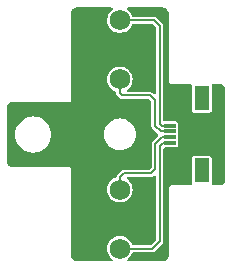
<source format=gbr>
%TF.GenerationSoftware,KiCad,Pcbnew,8.0.2*%
%TF.CreationDate,2025-05-18T13:53:18-07:00*%
%TF.ProjectId,PGS_Trigger_Board,5047535f-5472-4696-9767-65725f426f61,rev?*%
%TF.SameCoordinates,Original*%
%TF.FileFunction,Copper,L1,Top*%
%TF.FilePolarity,Positive*%
%FSLAX46Y46*%
G04 Gerber Fmt 4.6, Leading zero omitted, Abs format (unit mm)*
G04 Created by KiCad (PCBNEW 8.0.2) date 2025-05-18 13:53:18*
%MOMM*%
%LPD*%
G01*
G04 APERTURE LIST*
%TA.AperFunction,ComponentPad*%
%ADD10C,1.750000*%
%TD*%
%TA.AperFunction,SMDPad,CuDef*%
%ADD11R,1.000000X0.300000*%
%TD*%
%TA.AperFunction,SMDPad,CuDef*%
%ADD12R,1.300000X2.000000*%
%TD*%
%TA.AperFunction,Conductor*%
%ADD13C,0.200000*%
%TD*%
G04 APERTURE END LIST*
D10*
%TO.P,SW2,1,1*%
%TO.N,Net-(J1-Pin_3)*%
X227415265Y-148765000D03*
%TO.P,SW2,2,2*%
%TO.N,Net-(J1-Pin_4)*%
X227415265Y-143765000D03*
%TD*%
D11*
%TO.P,J1,1,Pin_1*%
%TO.N,Net-(J1-Pin_1)*%
X231644999Y-154190000D03*
%TO.P,J1,2,Pin_2*%
%TO.N,Net-(J1-Pin_2)*%
X231645000Y-153690000D03*
%TO.P,J1,3,Pin_3*%
%TO.N,Net-(J1-Pin_3)*%
X231645000Y-153190000D03*
%TO.P,J1,4,Pin_4*%
%TO.N,Net-(J1-Pin_4)*%
X231644999Y-152690000D03*
D12*
%TO.P,J1,MP1*%
%TO.N,N/C*%
X234345000Y-156490000D03*
%TO.P,J1,MP2*%
X234345000Y-150390000D03*
%TD*%
D10*
%TO.P,SW1,1,1*%
%TO.N,Net-(J1-Pin_2)*%
X227415265Y-158115000D03*
%TO.P,SW1,2,2*%
%TO.N,Net-(J1-Pin_1)*%
X227415265Y-163115000D03*
%TD*%
D13*
%TO.N,Net-(J1-Pin_1)*%
X230800000Y-162480000D02*
X230165000Y-163115000D01*
X231644999Y-154190000D02*
X231040000Y-154190000D01*
X231040000Y-154190000D02*
X230800000Y-154430000D01*
X230165000Y-163115000D02*
X227415265Y-163115000D01*
X230800000Y-154430000D02*
X230800000Y-162480000D01*
%TO.N,Net-(J1-Pin_2)*%
X230070000Y-156720000D02*
X230390000Y-156400000D01*
X227415265Y-158115000D02*
X227415265Y-157084735D01*
X227415265Y-157084735D02*
X227780000Y-156720000D01*
X230940000Y-153690000D02*
X231645000Y-153690000D01*
X230390000Y-156400000D02*
X230390000Y-154240000D01*
X227780000Y-156720000D02*
X230070000Y-156720000D01*
X230390000Y-154240000D02*
X230940000Y-153690000D01*
%TO.N,Net-(J1-Pin_4)*%
X230950000Y-152690000D02*
X230790000Y-152530000D01*
X230790000Y-152530000D02*
X230790000Y-144280000D01*
X230275000Y-143765000D02*
X227415265Y-143765000D01*
X231644999Y-152690000D02*
X230950000Y-152690000D01*
X230790000Y-144280000D02*
X230275000Y-143765000D01*
%TO.N,Net-(J1-Pin_3)*%
X230380000Y-150550000D02*
X230380000Y-152690000D01*
X227415265Y-149945265D02*
X227600000Y-150130000D01*
X230880000Y-153190000D02*
X231645000Y-153190000D01*
X227600000Y-150130000D02*
X229960000Y-150130000D01*
X230380000Y-152690000D02*
X230880000Y-153190000D01*
X229960000Y-150130000D02*
X230380000Y-150550000D01*
X227415265Y-148765000D02*
X227415265Y-149945265D01*
%TD*%
%TA.AperFunction,NonConductor*%
G36*
X230984296Y-142690502D02*
G01*
X230996105Y-142690501D01*
X230996107Y-142690502D01*
X231033315Y-142690500D01*
X231047190Y-142691278D01*
X231137546Y-142701455D01*
X231164615Y-142707633D01*
X231243820Y-142735344D01*
X231268838Y-142747390D01*
X231289399Y-142760309D01*
X231339895Y-142792036D01*
X231361604Y-142809348D01*
X231420938Y-142868679D01*
X231438251Y-142890388D01*
X231482896Y-142961437D01*
X231494945Y-142986455D01*
X231522661Y-143065660D01*
X231528840Y-143092732D01*
X231538985Y-143182766D01*
X231539765Y-143196650D01*
X231539765Y-148840172D01*
X231539765Y-148939828D01*
X231577901Y-149031897D01*
X231648368Y-149102364D01*
X231740437Y-149140500D01*
X233391496Y-149140500D01*
X233458535Y-149160185D01*
X233504290Y-149212989D01*
X233514234Y-149282147D01*
X233506199Y-149311432D01*
X233494500Y-149370247D01*
X233494500Y-151409752D01*
X233506131Y-151468229D01*
X233506132Y-151468230D01*
X233550447Y-151534552D01*
X233616769Y-151578867D01*
X233616770Y-151578868D01*
X233675247Y-151590499D01*
X233675250Y-151590500D01*
X233675252Y-151590500D01*
X235014750Y-151590500D01*
X235014751Y-151590499D01*
X235029568Y-151587552D01*
X235073229Y-151578868D01*
X235073229Y-151578867D01*
X235073231Y-151578867D01*
X235139552Y-151534552D01*
X235183867Y-151468231D01*
X235183867Y-151468229D01*
X235183868Y-151468229D01*
X235195499Y-151409752D01*
X235195500Y-151409750D01*
X235195500Y-149370249D01*
X235195499Y-149370247D01*
X235181485Y-149299790D01*
X235182612Y-149299565D01*
X235176473Y-149242489D01*
X235207745Y-149180009D01*
X235267832Y-149144353D01*
X235298504Y-149140500D01*
X235833553Y-149140500D01*
X235847440Y-149141280D01*
X235859980Y-149142693D01*
X235937787Y-149151462D01*
X235964850Y-149157641D01*
X236044052Y-149185357D01*
X236069062Y-149197402D01*
X236140117Y-149242051D01*
X236161823Y-149259363D01*
X236221149Y-149318693D01*
X236238460Y-149340400D01*
X236283103Y-149411451D01*
X236295150Y-149436468D01*
X236322863Y-149515669D01*
X236329041Y-149542739D01*
X236339250Y-149633346D01*
X236340030Y-149647230D01*
X236340030Y-157233038D01*
X236339250Y-157246922D01*
X236329070Y-157337268D01*
X236322892Y-157364338D01*
X236295176Y-157443547D01*
X236283129Y-157468563D01*
X236238487Y-157539613D01*
X236221175Y-157561323D01*
X236161838Y-157620662D01*
X236140131Y-157637973D01*
X236069080Y-157682621D01*
X236044062Y-157694670D01*
X235964861Y-157722386D01*
X235937792Y-157728566D01*
X235857235Y-157737645D01*
X235847705Y-157738720D01*
X235833818Y-157739500D01*
X235298504Y-157739500D01*
X235231465Y-157719815D01*
X235185710Y-157667011D01*
X235175766Y-157597853D01*
X235183800Y-157568567D01*
X235195499Y-157509752D01*
X235195500Y-157509750D01*
X235195500Y-155470249D01*
X235195499Y-155470247D01*
X235183868Y-155411770D01*
X235183867Y-155411769D01*
X235139552Y-155345447D01*
X235073230Y-155301132D01*
X235073229Y-155301131D01*
X235014752Y-155289500D01*
X235014748Y-155289500D01*
X233675252Y-155289500D01*
X233675247Y-155289500D01*
X233616770Y-155301131D01*
X233616769Y-155301132D01*
X233550447Y-155345447D01*
X233506132Y-155411769D01*
X233506131Y-155411770D01*
X233494500Y-155470247D01*
X233494500Y-157509752D01*
X233508515Y-157580210D01*
X233507387Y-157580434D01*
X233513527Y-157637511D01*
X233482255Y-157699991D01*
X233422168Y-157735647D01*
X233391496Y-157739500D01*
X231740435Y-157739500D01*
X231648367Y-157777636D01*
X231577901Y-157848102D01*
X231539765Y-157940170D01*
X231539765Y-163683038D01*
X231538985Y-163696922D01*
X231528806Y-163787260D01*
X231522627Y-163814332D01*
X231494914Y-163893529D01*
X231482865Y-163918547D01*
X231438226Y-163989586D01*
X231420913Y-164011295D01*
X231361579Y-164070626D01*
X231339869Y-164087938D01*
X231268824Y-164132576D01*
X231243805Y-164144624D01*
X231164610Y-164172332D01*
X231137538Y-164178510D01*
X231046887Y-164188720D01*
X231033004Y-164189499D01*
X230984296Y-164189497D01*
X230984264Y-164189500D01*
X228153094Y-164189500D01*
X228086055Y-164169815D01*
X228040300Y-164117011D01*
X228030356Y-164047853D01*
X228059381Y-163984297D01*
X228069556Y-163973863D01*
X228213472Y-163842666D01*
X228244828Y-163801145D01*
X228333591Y-163683604D01*
X228422436Y-163505180D01*
X228422437Y-163505174D01*
X228424507Y-163499835D01*
X228425660Y-163500281D01*
X228459605Y-163446473D01*
X228522915Y-163416915D01*
X228541593Y-163415500D01*
X230204560Y-163415500D01*
X230204562Y-163415500D01*
X230280989Y-163395021D01*
X230349511Y-163355460D01*
X230405460Y-163299511D01*
X231040460Y-162664511D01*
X231080022Y-162595988D01*
X231100500Y-162519562D01*
X231100500Y-162440438D01*
X231100500Y-154664500D01*
X231120185Y-154597461D01*
X231172989Y-154551706D01*
X231224500Y-154540500D01*
X232164749Y-154540500D01*
X232164750Y-154540499D01*
X232179567Y-154537552D01*
X232223228Y-154528868D01*
X232223228Y-154528867D01*
X232223230Y-154528867D01*
X232289551Y-154484552D01*
X232333866Y-154418231D01*
X232333866Y-154418229D01*
X232333867Y-154418229D01*
X232345498Y-154359752D01*
X232345499Y-154359750D01*
X232345499Y-154020249D01*
X232334348Y-153964192D01*
X232334348Y-153915812D01*
X232345500Y-153859748D01*
X232345500Y-153520252D01*
X232345500Y-153520249D01*
X232334349Y-153464192D01*
X232334349Y-153415808D01*
X232345500Y-153359750D01*
X232345500Y-153020249D01*
X232345499Y-153020247D01*
X232334349Y-152964188D01*
X232334349Y-152915806D01*
X232345498Y-152859752D01*
X232345499Y-152859750D01*
X232345499Y-152520249D01*
X232345498Y-152520247D01*
X232333867Y-152461770D01*
X232333866Y-152461769D01*
X232289551Y-152395447D01*
X232223229Y-152351132D01*
X232223228Y-152351131D01*
X232164751Y-152339500D01*
X232164747Y-152339500D01*
X231214500Y-152339500D01*
X231147461Y-152319815D01*
X231101706Y-152267011D01*
X231090500Y-152215500D01*
X231090500Y-144240439D01*
X231070020Y-144164009D01*
X231070017Y-144164004D01*
X231030464Y-144095495D01*
X231030458Y-144095487D01*
X230459512Y-143524541D01*
X230459504Y-143524535D01*
X230390995Y-143484982D01*
X230390990Y-143484979D01*
X230365513Y-143478152D01*
X230314562Y-143464500D01*
X230314560Y-143464500D01*
X228541593Y-143464500D01*
X228474554Y-143444815D01*
X228428799Y-143392011D01*
X228423086Y-143376497D01*
X228422435Y-143374818D01*
X228333594Y-143196401D01*
X228333589Y-143196393D01*
X228213472Y-143037333D01*
X228069556Y-142906137D01*
X228033274Y-142846426D01*
X228035035Y-142776578D01*
X228074278Y-142718771D01*
X228138545Y-142691356D01*
X228153094Y-142690500D01*
X230984264Y-142690500D01*
X230984296Y-142690502D01*
G37*
%TD.AperFunction*%
%TA.AperFunction,NonConductor*%
G36*
X226744475Y-142710185D02*
G01*
X226790230Y-142762989D01*
X226800174Y-142832147D01*
X226771149Y-142895703D01*
X226760974Y-142906137D01*
X226617057Y-143037333D01*
X226496940Y-143196393D01*
X226496935Y-143196401D01*
X226408095Y-143374816D01*
X226408094Y-143374820D01*
X226376751Y-143484982D01*
X226353547Y-143566535D01*
X226335157Y-143764999D01*
X226335157Y-143765000D01*
X226353547Y-143963464D01*
X226353547Y-143963466D01*
X226353548Y-143963469D01*
X226391391Y-144096473D01*
X226408095Y-144155183D01*
X226496935Y-144333598D01*
X226496940Y-144333606D01*
X226617057Y-144492666D01*
X226743773Y-144608182D01*
X226764355Y-144626945D01*
X226933819Y-144731873D01*
X227119679Y-144803876D01*
X227315605Y-144840500D01*
X227315607Y-144840500D01*
X227514923Y-144840500D01*
X227514925Y-144840500D01*
X227710851Y-144803876D01*
X227896711Y-144731873D01*
X228066175Y-144626945D01*
X228213474Y-144492664D01*
X228333591Y-144333604D01*
X228422436Y-144155180D01*
X228422437Y-144155174D01*
X228424507Y-144149835D01*
X228425660Y-144150281D01*
X228459605Y-144096473D01*
X228522915Y-144066915D01*
X228541593Y-144065500D01*
X230099167Y-144065500D01*
X230166206Y-144085185D01*
X230186848Y-144101819D01*
X230453181Y-144368152D01*
X230486666Y-144429475D01*
X230489500Y-144455833D01*
X230489500Y-149935167D01*
X230469815Y-150002206D01*
X230417011Y-150047961D01*
X230347853Y-150057905D01*
X230284297Y-150028880D01*
X230277819Y-150022848D01*
X230144512Y-149889541D01*
X230144504Y-149889535D01*
X230075995Y-149849982D01*
X230075990Y-149849979D01*
X230050513Y-149843152D01*
X229999562Y-149829500D01*
X229999560Y-149829500D01*
X228164064Y-149829500D01*
X228097025Y-149809815D01*
X228051270Y-149757011D01*
X228041326Y-149687853D01*
X228070351Y-149624297D01*
X228080526Y-149613863D01*
X228213472Y-149492666D01*
X228265871Y-149423280D01*
X228333591Y-149333604D01*
X228422436Y-149155180D01*
X228476982Y-148963469D01*
X228495373Y-148765000D01*
X228476982Y-148566531D01*
X228422436Y-148374820D01*
X228421024Y-148371984D01*
X228333594Y-148196401D01*
X228333589Y-148196393D01*
X228213472Y-148037333D01*
X228066176Y-147903056D01*
X228066175Y-147903055D01*
X228001640Y-147863096D01*
X227896712Y-147798127D01*
X227896710Y-147798126D01*
X227814644Y-147766334D01*
X227710851Y-147726124D01*
X227710847Y-147726123D01*
X227631904Y-147711366D01*
X227514925Y-147689500D01*
X227315605Y-147689500D01*
X227225519Y-147706339D01*
X227119682Y-147726123D01*
X227119680Y-147726123D01*
X227119679Y-147726124D01*
X227067782Y-147746229D01*
X226933819Y-147798126D01*
X226933817Y-147798127D01*
X226764353Y-147903056D01*
X226617057Y-148037333D01*
X226496940Y-148196393D01*
X226496935Y-148196401D01*
X226408095Y-148374816D01*
X226353547Y-148566535D01*
X226335157Y-148764999D01*
X226335157Y-148765000D01*
X226353547Y-148963464D01*
X226353547Y-148963466D01*
X226353548Y-148963469D01*
X226408094Y-149155180D01*
X226408095Y-149155183D01*
X226496935Y-149333598D01*
X226496940Y-149333606D01*
X226617057Y-149492666D01*
X226723937Y-149590099D01*
X226764355Y-149626945D01*
X226933819Y-149731873D01*
X227035559Y-149771287D01*
X227090960Y-149813860D01*
X227114551Y-149879627D01*
X227114765Y-149886914D01*
X227114765Y-149984827D01*
X227119422Y-150002206D01*
X227135244Y-150061255D01*
X227135247Y-150061260D01*
X227174800Y-150129769D01*
X227174804Y-150129774D01*
X227174805Y-150129776D01*
X227415489Y-150370460D01*
X227484012Y-150410022D01*
X227560438Y-150430500D01*
X229784167Y-150430500D01*
X229851206Y-150450185D01*
X229871848Y-150466819D01*
X230043181Y-150638152D01*
X230076666Y-150699475D01*
X230079500Y-150725833D01*
X230079500Y-152729562D01*
X230088237Y-152762169D01*
X230099979Y-152805991D01*
X230099981Y-152805994D01*
X230126041Y-152851130D01*
X230126041Y-152851133D01*
X230126043Y-152851133D01*
X230139539Y-152874509D01*
X230139541Y-152874512D01*
X230647347Y-153382318D01*
X230680832Y-153443641D01*
X230675848Y-153513333D01*
X230647347Y-153557680D01*
X230205489Y-153999540D01*
X230149541Y-154055487D01*
X230149535Y-154055495D01*
X230109982Y-154124004D01*
X230109979Y-154124009D01*
X230089500Y-154200439D01*
X230089500Y-156224167D01*
X230069815Y-156291206D01*
X230053181Y-156311848D01*
X229981848Y-156383181D01*
X229920525Y-156416666D01*
X229894167Y-156419500D01*
X227740438Y-156419500D01*
X227702224Y-156429739D01*
X227664009Y-156439979D01*
X227664004Y-156439982D01*
X227595495Y-156479535D01*
X227595487Y-156479541D01*
X227174806Y-156900222D01*
X227174800Y-156900230D01*
X227135247Y-156968739D01*
X227135243Y-156968748D01*
X227121231Y-157021039D01*
X227084865Y-157080699D01*
X227046252Y-157104569D01*
X226933817Y-157148127D01*
X226764353Y-157253056D01*
X226617057Y-157387333D01*
X226496940Y-157546393D01*
X226496935Y-157546401D01*
X226408095Y-157724816D01*
X226353547Y-157916535D01*
X226335157Y-158114999D01*
X226335157Y-158115000D01*
X226353547Y-158313464D01*
X226408095Y-158505183D01*
X226496935Y-158683598D01*
X226496940Y-158683606D01*
X226617057Y-158842666D01*
X226743773Y-158958182D01*
X226764355Y-158976945D01*
X226933819Y-159081873D01*
X227119679Y-159153876D01*
X227315605Y-159190500D01*
X227315607Y-159190500D01*
X227514923Y-159190500D01*
X227514925Y-159190500D01*
X227710851Y-159153876D01*
X227896711Y-159081873D01*
X228066175Y-158976945D01*
X228213474Y-158842664D01*
X228333591Y-158683604D01*
X228422436Y-158505180D01*
X228476982Y-158313469D01*
X228495373Y-158115000D01*
X228476982Y-157916531D01*
X228422436Y-157724820D01*
X228399554Y-157678867D01*
X228333594Y-157546401D01*
X228333589Y-157546393D01*
X228213472Y-157387333D01*
X228066176Y-157253056D01*
X228066175Y-157253055D01*
X228061122Y-157249926D01*
X228014488Y-157197898D01*
X228003384Y-157128917D01*
X228031338Y-157064882D01*
X228089473Y-157026126D01*
X228126401Y-157020500D01*
X230109560Y-157020500D01*
X230109562Y-157020500D01*
X230185989Y-157000021D01*
X230254511Y-156960460D01*
X230287819Y-156927152D01*
X230349142Y-156893667D01*
X230418834Y-156898651D01*
X230474767Y-156940523D01*
X230499184Y-157005987D01*
X230499500Y-157014833D01*
X230499500Y-162304167D01*
X230479815Y-162371206D01*
X230463181Y-162391848D01*
X230076848Y-162778181D01*
X230015525Y-162811666D01*
X229989167Y-162814500D01*
X228541593Y-162814500D01*
X228474554Y-162794815D01*
X228428799Y-162742011D01*
X228423086Y-162726497D01*
X228422435Y-162724818D01*
X228333594Y-162546401D01*
X228333589Y-162546393D01*
X228213472Y-162387333D01*
X228066176Y-162253056D01*
X228066175Y-162253055D01*
X228001640Y-162213096D01*
X227896712Y-162148127D01*
X227896710Y-162148126D01*
X227814644Y-162116334D01*
X227710851Y-162076124D01*
X227710847Y-162076123D01*
X227631904Y-162061366D01*
X227514925Y-162039500D01*
X227315605Y-162039500D01*
X227225519Y-162056339D01*
X227119682Y-162076123D01*
X227119680Y-162076123D01*
X227119679Y-162076124D01*
X227067782Y-162096229D01*
X226933819Y-162148126D01*
X226933817Y-162148127D01*
X226764353Y-162253056D01*
X226617057Y-162387333D01*
X226496940Y-162546393D01*
X226496935Y-162546401D01*
X226408095Y-162724816D01*
X226353547Y-162916535D01*
X226335157Y-163114999D01*
X226335157Y-163115000D01*
X226353547Y-163313464D01*
X226353547Y-163313466D01*
X226353548Y-163313469D01*
X226382578Y-163415500D01*
X226408095Y-163505183D01*
X226496935Y-163683598D01*
X226496940Y-163683606D01*
X226617057Y-163842666D01*
X226760974Y-163973863D01*
X226797256Y-164033574D01*
X226795495Y-164103422D01*
X226756252Y-164161229D01*
X226691985Y-164188644D01*
X226677436Y-164189500D01*
X223797246Y-164189500D01*
X223783357Y-164188720D01*
X223767039Y-164186880D01*
X223693011Y-164178536D01*
X223665942Y-164172356D01*
X223586746Y-164144641D01*
X223561730Y-164132593D01*
X223490684Y-164087949D01*
X223468976Y-164070636D01*
X223409650Y-164011307D01*
X223392339Y-163989599D01*
X223347695Y-163918547D01*
X223335649Y-163893535D01*
X223307935Y-163814327D01*
X223301758Y-163787260D01*
X223291545Y-163696607D01*
X223290765Y-163682725D01*
X223290765Y-156390173D01*
X223290764Y-156390170D01*
X223258322Y-156311848D01*
X223252629Y-156298103D01*
X223182162Y-156227636D01*
X223173787Y-156224167D01*
X223090094Y-156189500D01*
X223090093Y-156189500D01*
X218336962Y-156189500D01*
X218323078Y-156188720D01*
X218310553Y-156187308D01*
X218232735Y-156178540D01*
X218205666Y-156172362D01*
X218126462Y-156144648D01*
X218101444Y-156132600D01*
X218030395Y-156087957D01*
X218008686Y-156070644D01*
X217949355Y-156011313D01*
X217932042Y-155989604D01*
X217907118Y-155949938D01*
X217887398Y-155918553D01*
X217875351Y-155893537D01*
X217847637Y-155814333D01*
X217841459Y-155787263D01*
X217831280Y-155696922D01*
X217830500Y-155683038D01*
X217830500Y-153440000D01*
X218549783Y-153440000D01*
X218568623Y-153679382D01*
X218624674Y-153912853D01*
X218624678Y-153912865D01*
X218716565Y-154134702D01*
X218824846Y-154311401D01*
X218842028Y-154339439D01*
X218997973Y-154522027D01*
X219180561Y-154677972D01*
X219239199Y-154713905D01*
X219385297Y-154803434D01*
X219482047Y-154843508D01*
X219607137Y-154895323D01*
X219840621Y-154951377D01*
X220080000Y-154970217D01*
X220319379Y-154951377D01*
X220552863Y-154895323D01*
X220774704Y-154803433D01*
X220979439Y-154677972D01*
X221162027Y-154522027D01*
X221317972Y-154339439D01*
X221443433Y-154134704D01*
X221450423Y-154117830D01*
X221469695Y-154071302D01*
X221535323Y-153912863D01*
X221591377Y-153679379D01*
X221610217Y-153440000D01*
X221610217Y-153439999D01*
X226059606Y-153439999D01*
X226059606Y-153440000D01*
X226080201Y-153675403D01*
X226080203Y-153675413D01*
X226141359Y-153903655D01*
X226141361Y-153903659D01*
X226141362Y-153903663D01*
X226195727Y-154020249D01*
X226241230Y-154117830D01*
X226241232Y-154117834D01*
X226299073Y-154200439D01*
X226376770Y-154311401D01*
X226543864Y-154478495D01*
X226606033Y-154522026D01*
X226737430Y-154614032D01*
X226737432Y-154614033D01*
X226737435Y-154614035D01*
X226951602Y-154713903D01*
X227179857Y-154775063D01*
X227368183Y-154791539D01*
X227415264Y-154795659D01*
X227415265Y-154795659D01*
X227415266Y-154795659D01*
X227454499Y-154792226D01*
X227650673Y-154775063D01*
X227878928Y-154713903D01*
X228093095Y-154614035D01*
X228286666Y-154478495D01*
X228453760Y-154311401D01*
X228589300Y-154117830D01*
X228689168Y-153903663D01*
X228750328Y-153675408D01*
X228770924Y-153440000D01*
X228750328Y-153204592D01*
X228689168Y-152976337D01*
X228589300Y-152762171D01*
X228548787Y-152704311D01*
X228453759Y-152568597D01*
X228286667Y-152401506D01*
X228286660Y-152401501D01*
X228278015Y-152395448D01*
X228224496Y-152357973D01*
X228093099Y-152265967D01*
X228093095Y-152265965D01*
X228093093Y-152265964D01*
X227878928Y-152166097D01*
X227878924Y-152166096D01*
X227878920Y-152166094D01*
X227650678Y-152104938D01*
X227650668Y-152104936D01*
X227415266Y-152084341D01*
X227415264Y-152084341D01*
X227179861Y-152104936D01*
X227179851Y-152104938D01*
X226951609Y-152166094D01*
X226951600Y-152166098D01*
X226737436Y-152265964D01*
X226737434Y-152265965D01*
X226543862Y-152401505D01*
X226376770Y-152568597D01*
X226241230Y-152762169D01*
X226241229Y-152762171D01*
X226141363Y-152976335D01*
X226141359Y-152976344D01*
X226080203Y-153204586D01*
X226080201Y-153204596D01*
X226059606Y-153439999D01*
X221610217Y-153439999D01*
X221591377Y-153200621D01*
X221535323Y-152967137D01*
X221450423Y-152762171D01*
X221443434Y-152745297D01*
X221347140Y-152588159D01*
X221317972Y-152540561D01*
X221162027Y-152357973D01*
X220979439Y-152202028D01*
X220979436Y-152202026D01*
X220774702Y-152076565D01*
X220552865Y-151984678D01*
X220552867Y-151984678D01*
X220552863Y-151984677D01*
X220552859Y-151984676D01*
X220552853Y-151984674D01*
X220319382Y-151928623D01*
X220080000Y-151909783D01*
X219840617Y-151928623D01*
X219607146Y-151984674D01*
X219607134Y-151984678D01*
X219385297Y-152076565D01*
X219180563Y-152202026D01*
X218997973Y-152357973D01*
X218842026Y-152540563D01*
X218716565Y-152745297D01*
X218624678Y-152967134D01*
X218624674Y-152967146D01*
X218568623Y-153200617D01*
X218549783Y-153440000D01*
X217830500Y-153440000D01*
X217830500Y-151196961D01*
X217831280Y-151183077D01*
X217836114Y-151140172D01*
X217841459Y-151092731D01*
X217847635Y-151065670D01*
X217875353Y-150986456D01*
X217887396Y-150961450D01*
X217932046Y-150890389D01*
X217949351Y-150868690D01*
X218008690Y-150809351D01*
X218030389Y-150792046D01*
X218101450Y-150747396D01*
X218126456Y-150735353D01*
X218205670Y-150707635D01*
X218232733Y-150701459D01*
X218295419Y-150694396D01*
X218323079Y-150691280D01*
X218336962Y-150690500D01*
X223090091Y-150690500D01*
X223090093Y-150690500D01*
X223182162Y-150652364D01*
X223252629Y-150581897D01*
X223290765Y-150489828D01*
X223290765Y-143149440D01*
X223290774Y-143147929D01*
X223290904Y-143137332D01*
X223290980Y-143134252D01*
X223291284Y-143126064D01*
X223291436Y-143122999D01*
X223291942Y-143114830D01*
X223292168Y-143111789D01*
X223292882Y-143103551D01*
X223293184Y-143100506D01*
X223294090Y-143092387D01*
X223294460Y-143089402D01*
X223295583Y-143081176D01*
X223296029Y-143078195D01*
X223296472Y-143075459D01*
X223297342Y-143070084D01*
X223297858Y-143067134D01*
X223299379Y-143059016D01*
X223299973Y-143056045D01*
X223300607Y-143053066D01*
X223301693Y-143047963D01*
X223302330Y-143045140D01*
X223304278Y-143036984D01*
X223304969Y-143034236D01*
X223307125Y-143026099D01*
X223307914Y-143023268D01*
X223310212Y-143015388D01*
X223311101Y-143012473D01*
X223313604Y-143004614D01*
X223314568Y-143001711D01*
X223317243Y-142993977D01*
X223318250Y-142991176D01*
X223321204Y-142983275D01*
X223322226Y-142980638D01*
X223325358Y-142972853D01*
X223326486Y-142970148D01*
X223329840Y-142962378D01*
X223331099Y-142959558D01*
X223334583Y-142952008D01*
X223335878Y-142949289D01*
X223339621Y-142941684D01*
X223340994Y-142938984D01*
X223342919Y-142935308D01*
X223344865Y-142931590D01*
X223346260Y-142929004D01*
X223350354Y-142921638D01*
X223351845Y-142919032D01*
X223356134Y-142911751D01*
X223357686Y-142909193D01*
X223362113Y-142902088D01*
X223363699Y-142899612D01*
X223368363Y-142892527D01*
X223369982Y-142890132D01*
X223374821Y-142883166D01*
X223376509Y-142880799D01*
X223381491Y-142873995D01*
X223383319Y-142871566D01*
X223388403Y-142864975D01*
X223390278Y-142862603D01*
X223395610Y-142856036D01*
X223397484Y-142853786D01*
X223402982Y-142847349D01*
X223404892Y-142845170D01*
X223410541Y-142838881D01*
X223412626Y-142836619D01*
X223418341Y-142830569D01*
X223420499Y-142828341D01*
X223426420Y-142822379D01*
X223428595Y-142820242D01*
X223434319Y-142814755D01*
X223436477Y-142812735D01*
X223438006Y-142811338D01*
X223442477Y-142807253D01*
X223444532Y-142805420D01*
X223450742Y-142800015D01*
X223452856Y-142798221D01*
X223459134Y-142793015D01*
X223461283Y-142791277D01*
X223467721Y-142786196D01*
X223469886Y-142784528D01*
X223476462Y-142779589D01*
X223478744Y-142777918D01*
X223485362Y-142773192D01*
X223487653Y-142771597D01*
X223494344Y-142767057D01*
X223496765Y-142765457D01*
X223503537Y-142761094D01*
X223505978Y-142759562D01*
X223512874Y-142755351D01*
X223515321Y-142753897D01*
X223522413Y-142749797D01*
X223524807Y-142748451D01*
X223531933Y-142744555D01*
X223534477Y-142743204D01*
X223541631Y-142739515D01*
X223544268Y-142738195D01*
X223545051Y-142737814D01*
X223551509Y-142734676D01*
X223554115Y-142733448D01*
X223561488Y-142730083D01*
X223564113Y-142728923D01*
X223571532Y-142725751D01*
X223574258Y-142724625D01*
X223581974Y-142721544D01*
X223584727Y-142720485D01*
X223592415Y-142717632D01*
X223595242Y-142716624D01*
X223596299Y-142716261D01*
X223603035Y-142713948D01*
X223605786Y-142713041D01*
X223613675Y-142710546D01*
X223616527Y-142709683D01*
X223624479Y-142707382D01*
X223627227Y-142706623D01*
X223635197Y-142704527D01*
X223638050Y-142703814D01*
X223646056Y-142701917D01*
X223648972Y-142701263D01*
X223657007Y-142699565D01*
X223659864Y-142698997D01*
X223667970Y-142697490D01*
X223670817Y-142696996D01*
X223679046Y-142695674D01*
X223681858Y-142695257D01*
X223690061Y-142694144D01*
X223693022Y-142693780D01*
X223697082Y-142693330D01*
X223701133Y-142692882D01*
X223704128Y-142692587D01*
X223712296Y-142691883D01*
X223715273Y-142691664D01*
X223723499Y-142691158D01*
X223726433Y-142691014D01*
X223734652Y-142690711D01*
X223737640Y-142690637D01*
X223746663Y-142690527D01*
X223748163Y-142690509D01*
X223749676Y-142690500D01*
X226677436Y-142690500D01*
X226744475Y-142710185D01*
G37*
%TD.AperFunction*%
M02*

</source>
